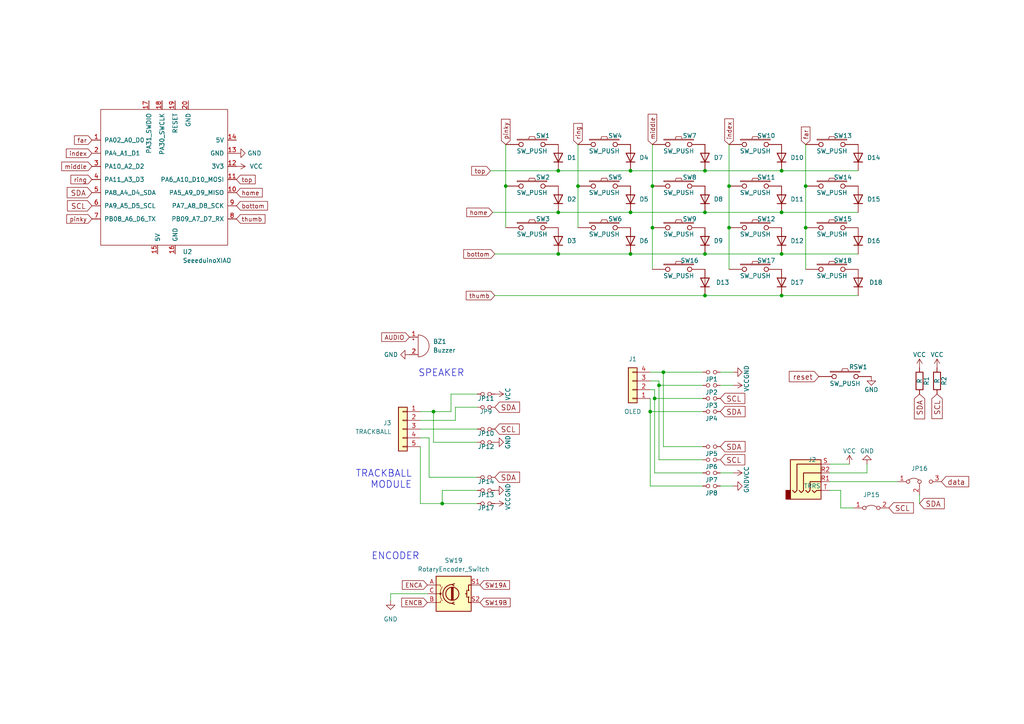
<source format=kicad_sch>
(kicad_sch (version 20230121) (generator eeschema)
  (paper "A4")
  (lib_symbols
    (symbol "Connector:AudioJack4"
      (property "Reference" "J" (at 0 8.89 0))
      (property "Value" "AudioJack4" (at 0 6.35 0))
      (symbol "AudioJack4_0_1"
        (rectangle (start -6.35 -5.08) (end -7.62 -7.62) (stroke (width 0.254)) (fill (type outline)))
        (polyline (pts (xy 0 -5.08) (xy 0.635 -5.715) (xy 1.27 -5.08) (xy 2.54 -5.08)) (stroke (width 0.254)))
        (polyline (pts (xy -5.715 -5.08) (xy -5.08 -5.715) (xy -4.445 -5.08) (xy -4.445 2.54) (xy 2.54 2.54)) (stroke (width 0.254)))
        (polyline (pts (xy -1.905 -5.08) (xy -1.27 -5.715) (xy -0.635 -5.08) (xy -0.635 -2.54) (xy 2.54 -2.54)) (stroke (width 0.254)))
        (polyline (pts (xy 2.54 0) (xy -2.54 0) (xy -2.54 -5.08) (xy -3.175 -5.715) (xy -3.81 -5.08)) (stroke (width 0.254)))
        (rectangle (start 2.54 3.81) (end -6.35 -7.62) (stroke (width 0.254)) (fill (type background)))
      )
      (symbol "AudioJack4_1_1"
        (pin passive line (at 5.08 -2.54 180) (length 2.54) (name "~") (number "R1"))
        (pin passive line (at 5.08 0 180) (length 2.54) (name "~") (number "R2"))
        (pin passive line (at 5.08 2.54 180) (length 2.54) (name "~") (number "S"))
        (pin passive line (at 5.08 -5.08 180) (length 2.54) (name "~") (number "T"))
      )
    )
    (symbol "Connector_Generic:Conn_01x04" (pin_names (offset 1.016) hide)
      (property "Reference" "J" (at 0 5.08 0))
      (property "Value" "Conn_01x04" (at 0 -7.62 0))
      (symbol "Conn_01x04_1_1"
        (rectangle (start -1.27 -4.953) (end 0 -5.207) (stroke (width 0.1524)))
        (rectangle (start -1.27 -2.413) (end 0 -2.667) (stroke (width 0.1524)))
        (rectangle (start -1.27 0.127) (end 0 -0.127) (stroke (width 0.1524)))
        (rectangle (start -1.27 2.667) (end 0 2.413) (stroke (width 0.1524)))
        (rectangle (start -1.27 3.81) (end 1.27 -6.35) (stroke (width 0.254)) (fill (type background)))
        (pin passive line (at -5.08 2.54 0) (length 3.81) (name "Pin_1") (number "1"))
        (pin passive line (at -5.08 0 0) (length 3.81) (name "Pin_2") (number "2"))
        (pin passive line (at -5.08 -2.54 0) (length 3.81) (name "Pin_3") (number "3"))
        (pin passive line (at -5.08 -5.08 0) (length 3.81) (name "Pin_4") (number "4"))
      )
    )
    (symbol "Connector_Generic:Conn_01x05" (pin_names (offset 1.016) hide)
      (property "Reference" "J" (at 0 7.62 0))
      (property "Value" "Conn_01x05" (at 0 -7.62 0))
      (symbol "Conn_01x05_1_1"
        (rectangle (start -1.27 -4.953) (end 0 -5.207) (stroke (width 0.1524)))
        (rectangle (start -1.27 -2.413) (end 0 -2.667) (stroke (width 0.1524)))
        (rectangle (start -1.27 0.127) (end 0 -0.127) (stroke (width 0.1524)))
        (rectangle (start -1.27 2.667) (end 0 2.413) (stroke (width 0.1524)))
        (rectangle (start -1.27 5.207) (end 0 4.953) (stroke (width 0.1524)))
        (rectangle (start -1.27 6.35) (end 1.27 -6.35) (stroke (width 0.254)) (fill (type background)))
        (pin passive line (at -5.08 5.08 0) (length 3.81) (name "Pin_1") (number "1"))
        (pin passive line (at -5.08 2.54 0) (length 3.81) (name "Pin_2") (number "2"))
        (pin passive line (at -5.08 0 0) (length 3.81) (name "Pin_3") (number "3"))
        (pin passive line (at -5.08 -2.54 0) (length 3.81) (name "Pin_4") (number "4"))
        (pin passive line (at -5.08 -5.08 0) (length 3.81) (name "Pin_5") (number "5"))
      )
    )
    (symbol "Device:Buzzer" (pin_names (offset 0.0254) hide)
      (property "Reference" "BZ" (at 3.81 1.27 0))
      (property "Value" "Buzzer" (at 3.81 -1.27 0))
      (symbol "Buzzer_0_1"
        (arc (start 0 -3.175) (mid 3.1612 0) (end 0 3.175))
        (polyline (pts (xy -1.651 1.905) (xy -1.143 1.905)))
        (polyline (pts (xy -1.397 2.159) (xy -1.397 1.651)))
        (polyline (pts (xy 0 3.175) (xy 0 -3.175)))
      )
      (symbol "Buzzer_1_1"
        (pin passive line (at -2.54 2.54 0) (length 2.54) (name "-") (number "1"))
        (pin passive line (at -2.54 -2.54 0) (length 2.54) (name "+") (number "2"))
      )
    )
    (symbol "Device:R" (pin_numbers hide) (pin_names (offset 0))
      (property "Reference" "R" (at 2.032 0 90))
      (property "Value" "R" (at 0 0 90))
      (symbol "R_0_1"
        (rectangle (start -1.016 -2.54) (end 1.016 2.54) (stroke (width 0.254)))
      )
      (symbol "R_1_1"
        (pin passive line (at 0 3.81 270) (length 1.27) (name "~") (number "1"))
        (pin passive line (at 0 -3.81 90) (length 1.27) (name "~") (number "2"))
      )
    )
    (symbol "Device:RotaryEncoder_Switch" (pin_names (offset 0.254) hide)
      (property "Reference" "SW" (at 0 6.604 0))
      (property "Value" "RotaryEncoder_Switch" (at 0 -6.604 0))
      (symbol "RotaryEncoder_Switch_0_1"
        (rectangle (start -5.08 5.08) (end 5.08 -5.08) (stroke (width 0.254)) (fill (type background)))
        (circle (center -3.81 0) (radius 0.254) (fill (type outline)))
        (circle (center -0.381 0) (radius 1.905) (stroke (width 0.254)))
        (arc (start -0.381 2.667) (mid -3.0988 -0.0635) (end -0.381 -2.794) (stroke (width 0.254)))
        (polyline (pts (xy -0.635 -1.778) (xy -0.635 1.778)) (stroke (width 0.254)))
        (polyline (pts (xy -0.381 -1.778) (xy -0.381 1.778)) (stroke (width 0.254)))
        (polyline (pts (xy -0.127 1.778) (xy -0.127 -1.778)) (stroke (width 0.254)))
        (polyline (pts (xy 3.81 0) (xy 3.429 0)) (stroke (width 0.254)))
        (polyline (pts (xy 3.81 1.016) (xy 3.81 -1.016)) (stroke (width 0.254)))
        (polyline (pts (xy -5.08 -2.54) (xy -3.81 -2.54) (xy -3.81 -2.032)))
        (polyline (pts (xy -5.08 2.54) (xy -3.81 2.54) (xy -3.81 2.032)))
        (polyline (pts (xy 0.254 -3.048) (xy -0.508 -2.794) (xy 0.127 -2.413)) (stroke (width 0.254)))
        (polyline (pts (xy 0.254 2.921) (xy -0.508 2.667) (xy 0.127 2.286)) (stroke (width 0.254)))
        (polyline (pts (xy 5.08 -2.54) (xy 4.318 -2.54) (xy 4.318 -1.016)) (stroke (width 0.254)))
        (polyline (pts (xy 5.08 2.54) (xy 4.318 2.54) (xy 4.318 1.016)) (stroke (width 0.254)))
        (polyline (pts (xy -5.08 0) (xy -3.81 0) (xy -3.81 -1.016) (xy -3.302 -2.032)))
        (polyline (pts (xy -4.318 0) (xy -3.81 0) (xy -3.81 1.016) (xy -3.302 2.032)))
        (circle (center 4.318 -1.016) (radius 0.127) (stroke (width 0.254)))
        (circle (center 4.318 1.016) (radius 0.127) (stroke (width 0.254)))
      )
      (symbol "RotaryEncoder_Switch_1_1"
        (pin passive line (at -7.62 2.54 0) (length 2.54) (name "A") (number "A"))
        (pin passive line (at -7.62 -2.54 0) (length 2.54) (name "B") (number "B"))
        (pin passive line (at -7.62 0 0) (length 2.54) (name "C") (number "C"))
        (pin passive line (at 7.62 2.54 180) (length 2.54) (name "S1") (number "S1"))
        (pin passive line (at 7.62 -2.54 180) (length 2.54) (name "S2") (number "S2"))
      )
    )
    (symbol "Jumper:Jumper_2_Bridged" (pin_names (offset 0) hide)
      (property "Reference" "JP" (at 0 1.905 0))
      (property "Value" "Jumper_2_Bridged" (at 0 -2.54 0))
      (symbol "Jumper_2_Bridged_0_0"
        (circle (center -2.032 0) (radius 0.508))
        (circle (center 2.032 0) (radius 0.508))
      )
      (symbol "Jumper_2_Bridged_0_1"
        (arc (start 1.524 0.254) (mid 0 0.762) (end -1.524 0.254))
      )
      (symbol "Jumper_2_Bridged_1_1"
        (pin passive line (at -5.08 0 0) (length 2.54) (name "A") (number "1"))
        (pin passive line (at 5.08 0 180) (length 2.54) (name "B") (number "2"))
      )
    )
    (symbol "Jumper:Jumper_3_Bridged12" (pin_names (offset 0) hide)
      (property "Reference" "JP" (at -2.54 -2.54 0))
      (property "Value" "Jumper_3_Bridged12" (at 0 2.794 0))
      (symbol "Jumper_3_Bridged12_0_0"
        (circle (center -3.302 0) (radius 0.508))
        (circle (center 0 0) (radius 0.508))
        (circle (center 3.302 0) (radius 0.508))
      )
      (symbol "Jumper_3_Bridged12_0_1"
        (arc (start -0.254 0.508) (mid -1.651 0.9912) (end -3.048 0.508))
        (polyline (pts (xy 0 -1.27) (xy 0 -0.508)))
      )
      (symbol "Jumper_3_Bridged12_1_1"
        (pin passive line (at -6.35 0 0) (length 2.54) (name "A") (number "1"))
        (pin passive line (at 0 -3.81 90) (length 2.54) (name "C") (number "2"))
        (pin passive line (at 6.35 0 180) (length 2.54) (name "B") (number "3"))
      )
    )
    (symbol "KLORlib:Device_Jumper_NO_Small" (pin_numbers hide) (pin_names (offset 0.762) hide)
      (property "Reference" "JP" (at 0 2.032 0))
      (property "Value" "Device_Jumper_NO_Small" (at 0.254 -1.524 0))
      (symbol "Device_Jumper_NO_Small_0_1"
        (circle (center -1.016 0) (radius 0.508))
        (circle (center 1.016 0) (radius 0.508))
        (pin passive line (at -2.54 0 0) (length 1.016) (name "1") (number "1"))
        (pin passive line (at 2.54 0 180) (length 1.016) (name "2") (number "2"))
      )
    )
    (symbol "Seeeduino XIAO:SeeeduinoXIAO" (pin_names (offset 1.016))
      (property "Reference" "U" (at -19.05 22.86 0))
      (property "Value" "SeeeduinoXIAO" (at -12.7 21.59 0))
      (symbol "SeeeduinoXIAO_0_1"
        (rectangle (start -19.05 20.32) (end 17.78 -19.05))
      )
      (symbol "SeeeduinoXIAO_1_1"
        (pin unspecified line (at -21.59 11.43 0) (length 2.54) (name "PA02_A0_D0") (number "1"))
        (pin unspecified line (at 20.32 -3.81 180) (length 2.54) (name "PA5_A9_D9_MISO") (number "10"))
        (pin unspecified line (at 20.32 0 180) (length 2.54) (name "PA6_A10_D10_MOSI") (number "11"))
        (pin unspecified line (at 20.32 3.81 180) (length 2.54) (name "3V3") (number "12"))
        (pin unspecified line (at 20.32 7.62 180) (length 2.54) (name "GND") (number "13"))
        (pin unspecified line (at 20.32 11.43 180) (length 2.54) (name "5V") (number "14"))
        (pin input line (at -2.54 -21.59 90) (length 2.54) (name "5V") (number "15"))
        (pin input line (at 2.54 -21.59 90) (length 2.54) (name "GND") (number "16"))
        (pin input line (at -5.08 22.86 270) (length 2.54) (name "PA31_SWDIO") (number "17"))
        (pin input line (at -1.27 22.86 270) (length 2.54) (name "PA30_SWCLK") (number "18"))
        (pin input line (at 2.54 22.86 270) (length 2.54) (name "RESET") (number "19"))
        (pin unspecified line (at -21.59 7.62 0) (length 2.54) (name "PA4_A1_D1") (number "2"))
        (pin input line (at 6.35 22.86 270) (length 2.54) (name "GND") (number "20"))
        (pin unspecified line (at -21.59 3.81 0) (length 2.54) (name "PA10_A2_D2") (number "3"))
        (pin unspecified line (at -21.59 0 0) (length 2.54) (name "PA11_A3_D3") (number "4"))
        (pin unspecified line (at -21.59 -3.81 0) (length 2.54) (name "PA8_A4_D4_SDA") (number "5"))
        (pin unspecified line (at -21.59 -7.62 0) (length 2.54) (name "PA9_A5_D5_SCL") (number "6"))
        (pin unspecified line (at -21.59 -11.43 0) (length 2.54) (name "PB08_A6_D6_TX") (number "7"))
        (pin unspecified line (at 20.32 -11.43 180) (length 2.54) (name "PB09_A7_D7_RX") (number "8"))
        (pin unspecified line (at 20.32 -7.62 180) (length 2.54) (name "PA7_A8_D8_SCK") (number "9"))
      )
    )
    (symbol "Simulation_SPICE:DIODE" (pin_numbers hide) (pin_names (offset 1.016) hide)
      (property "Reference" "D" (at 0 2.54 0))
      (property "Value" "DIODE" (at 0 -2.54 0))
      (symbol "DIODE_0_1"
        (polyline (pts (xy 1.27 0) (xy -1.27 0)))
        (polyline (pts (xy 1.27 1.27) (xy 1.27 -1.27)) (stroke (width 0.254)))
        (polyline (pts (xy -1.27 -1.27) (xy -1.27 1.27) (xy 1.27 0) (xy -1.27 -1.27)) (stroke (width 0.254)))
      )
      (symbol "DIODE_1_1"
        (pin passive line (at -3.81 0 0) (length 2.54) (name "A") (number "1"))
        (pin passive line (at 3.81 0 180) (length 2.54) (name "K") (number "2"))
      )
    )
    (symbol "corne-chocolate-rescue:Jumper_NO_Small-Device" (pin_numbers hide) (pin_names (offset 0.762) hide)
      (property "Reference" "JP" (at 0 2.032 0))
      (property "Value" "Jumper_NO_Small-Device" (at 0.254 -1.524 0))
      (symbol "Jumper_NO_Small-Device_0_1"
        (circle (center -1.016 0) (radius 0.508))
        (circle (center 1.016 0) (radius 0.508))
        (pin passive line (at -2.54 0 0) (length 1.016) (name "1") (number "1"))
        (pin passive line (at 2.54 0 180) (length 1.016) (name "2") (number "2"))
      )
    )
    (symbol "corne-chocolate-rescue:SW_PUSH-kbd" (pin_numbers hide) (pin_names (offset 1.016) hide)
      (property "Reference" "SW" (at 3.81 2.794 0))
      (property "Value" "SW_PUSH-kbd" (at 0 -2.032 0))
      (symbol "SW_PUSH-kbd_0_1"
        (rectangle (start -4.318 1.27) (end 4.318 1.524))
        (polyline (pts (xy -1.016 1.524) (xy -0.762 2.286) (xy 0.762 2.286) (xy 1.016 1.524)))
        (pin passive inverted (at -7.62 0 0) (length 5.08) (name "1") (number "1"))
        (pin passive inverted (at 7.62 0 180) (length 5.08) (name "2") (number "2"))
      )
    )
    (symbol "kbd:SW_PUSH" (pin_numbers hide) (pin_names (offset 1.016) hide)
      (property "Reference" "SW" (at 3.81 2.794 0))
      (property "Value" "SW_PUSH" (at 0 -2.032 0))
      (symbol "SW_PUSH_0_1"
        (rectangle (start -4.318 1.27) (end 4.318 1.524))
        (polyline (pts (xy -1.016 1.524) (xy -0.762 2.286) (xy 0.762 2.286) (xy 1.016 1.524)))
        (pin passive inverted (at -7.62 0 0) (length 5.08) (name "1") (number "1"))
        (pin passive inverted (at 7.62 0 180) (length 5.08) (name "2") (number "2"))
      )
    )
    (symbol "power:GND" (power) (pin_names (offset 0))
      (property "Value" "GND" (at 0 -3.81 0))
      (symbol "GND_0_1"
        (polyline (pts (xy 0 0) (xy 0 -1.27) (xy 1.27 -1.27) (xy 0 -2.54) (xy -1.27 -1.27) (xy 0 -1.27)))
      )
      (symbol "GND_1_1"
        (pin power_in line (at 0 0 270) (length 0) hide (name "GND") (number "1"))
      )
    )
    (symbol "power:VCC" (power) (pin_names (offset 0))
      (property "Value" "VCC" (at 0 3.81 0))
      (symbol "VCC_0_1"
        (polyline (pts (xy -0.762 1.27) (xy 0 2.54)))
        (polyline (pts (xy 0 0) (xy 0 2.54)))
        (polyline (pts (xy 0 2.54) (xy 0.762 1.27)))
      )
      (symbol "VCC_1_1"
        (pin power_in line (at 0 0 90) (length 0) hide (name "VCC") (number "1"))
      )
    )
  )
  (junction (at 233.68 53.975))
  (junction (at 125.73 119.38))
  (junction (at 189.865 115.57))
  (junction (at 204.47 73.66))
  (junction (at 161.925 61.595))
  (junction (at 226.695 73.66))
  (junction (at 189.23 53.975))
  (junction (at 211.455 53.975))
  (junction (at 204.47 61.595))
  (junction (at 204.47 49.53))
  (junction (at 167.64 53.975))
  (junction (at 161.925 73.66))
  (junction (at 189.23 66.04))
  (junction (at 182.88 73.66))
  (junction (at 226.695 49.53))
  (junction (at 182.88 49.53))
  (junction (at 146.685 53.975))
  (junction (at 192.405 107.95))
  (junction (at 161.925 49.53))
  (junction (at 233.68 66.04))
  (junction (at 226.695 61.595))
  (junction (at 204.47 85.725))
  (junction (at 211.455 66.04))
  (junction (at 182.88 61.595))
  (junction (at 188.595 119.38))
  (junction (at 128.27 146.05))
  (junction (at 191.135 111.76))
  (junction (at 226.695 85.725))
  (wire (pts (xy 192.405 107.95) (xy 192.405 129.54)))
  (wire (pts (xy 142.24 49.53) (xy 161.925 49.53)))
  (wire (pts (xy 203.835 119.38) (xy 188.595 119.38)))
  (wire (pts (xy 128.27 146.05) (xy 121.92 146.05)))
  (wire (pts (xy 182.88 61.595) (xy 204.47 61.595)))
  (wire (pts (xy 188.595 107.95) (xy 192.405 107.95)))
  (wire (pts (xy 130.81 114.3) (xy 138.43 114.3)))
  (wire (pts (xy 204.47 49.53) (xy 226.695 49.53)))
  (wire (pts (xy 132.08 118.11) (xy 132.08 121.92)))
  (wire (pts (xy 161.925 61.595) (xy 182.88 61.595)))
  (wire (pts (xy 124.46 127) (xy 124.46 138.43)))
  (wire (pts (xy 189.865 113.03) (xy 189.865 115.57)))
  (wire (pts (xy 204.47 73.66) (xy 226.695 73.66)))
  (wire (pts (xy 188.595 140.97) (xy 203.835 140.97)))
  (wire (pts (xy 192.405 107.95) (xy 203.835 107.95)))
  (wire (pts (xy 226.695 61.595) (xy 248.92 61.595)))
  (wire (pts (xy 167.64 53.975) (xy 167.64 66.04)))
  (wire (pts (xy 191.135 110.49) (xy 191.135 111.76)))
  (wire (pts (xy 130.81 119.38) (xy 130.81 114.3)))
  (wire (pts (xy 146.685 53.975) (xy 146.685 66.04)))
  (wire (pts (xy 167.64 41.91) (xy 167.64 53.975)))
  (wire (pts (xy 188.595 110.49) (xy 191.135 110.49)))
  (wire (pts (xy 208.915 137.16) (xy 212.725 137.16)))
  (wire (pts (xy 189.23 53.975) (xy 189.23 66.04)))
  (wire (pts (xy 188.595 113.03) (xy 189.865 113.03)))
  (wire (pts (xy 243.84 142.24) (xy 240.665 142.24)))
  (wire (pts (xy 233.68 41.91) (xy 233.68 53.975)))
  (wire (pts (xy 121.92 127) (xy 124.46 127)))
  (wire (pts (xy 125.73 119.38) (xy 125.73 128.27)))
  (wire (pts (xy 191.135 111.76) (xy 191.135 133.35)))
  (wire (pts (xy 161.925 49.53) (xy 182.88 49.53)))
  (wire (pts (xy 226.695 73.66) (xy 248.92 73.66)))
  (wire (pts (xy 143.51 85.725) (xy 204.47 85.725)))
  (wire (pts (xy 125.73 128.27) (xy 138.43 128.27)))
  (wire (pts (xy 128.27 142.24) (xy 128.27 146.05)))
  (wire (pts (xy 208.915 107.95) (xy 212.725 107.95)))
  (wire (pts (xy 208.915 111.76) (xy 212.725 111.76)))
  (wire (pts (xy 189.23 66.04) (xy 189.23 78.105)))
  (wire (pts (xy 113.284 172.212) (xy 113.284 174.244)))
  (wire (pts (xy 142.875 61.595) (xy 161.925 61.595)))
  (wire (pts (xy 208.915 140.97) (xy 212.725 140.97)))
  (wire (pts (xy 266.7 146.05) (xy 266.7 143.51)))
  (wire (pts (xy 182.88 73.66) (xy 204.47 73.66)))
  (wire (pts (xy 251.46 137.16) (xy 240.665 137.16)))
  (wire (pts (xy 188.595 119.38) (xy 188.595 140.97)))
  (wire (pts (xy 121.92 121.92) (xy 132.08 121.92)))
  (wire (pts (xy 138.43 118.11) (xy 132.08 118.11)))
  (wire (pts (xy 243.84 147.32) (xy 247.65 147.32)))
  (wire (pts (xy 204.47 61.595) (xy 226.695 61.595)))
  (wire (pts (xy 189.23 41.91) (xy 189.23 53.975)))
  (wire (pts (xy 233.68 53.975) (xy 233.68 66.04)))
  (wire (pts (xy 211.455 66.04) (xy 211.455 78.105)))
  (wire (pts (xy 240.665 139.7) (xy 260.35 139.7)))
  (wire (pts (xy 182.88 49.53) (xy 204.47 49.53)))
  (wire (pts (xy 146.685 41.91) (xy 146.685 53.975)))
  (wire (pts (xy 204.47 85.725) (xy 226.695 85.725)))
  (wire (pts (xy 189.865 137.16) (xy 203.835 137.16)))
  (wire (pts (xy 211.455 53.975) (xy 211.455 66.04)))
  (wire (pts (xy 123.952 172.212) (xy 113.284 172.212)))
  (wire (pts (xy 188.595 115.57) (xy 188.595 119.38)))
  (wire (pts (xy 240.665 134.62) (xy 246.38 134.62)))
  (wire (pts (xy 226.695 49.53) (xy 248.92 49.53)))
  (wire (pts (xy 211.455 41.91) (xy 211.455 53.975)))
  (wire (pts (xy 251.46 134.62) (xy 251.46 137.16)))
  (wire (pts (xy 121.92 146.05) (xy 121.92 129.54)))
  (wire (pts (xy 189.865 115.57) (xy 189.865 137.16)))
  (wire (pts (xy 203.835 115.57) (xy 189.865 115.57)))
  (wire (pts (xy 161.925 73.66) (xy 182.88 73.66)))
  (wire (pts (xy 203.835 111.76) (xy 191.135 111.76)))
  (wire (pts (xy 125.73 119.38) (xy 130.81 119.38)))
  (wire (pts (xy 138.43 146.05) (xy 128.27 146.05)))
  (wire (pts (xy 243.84 147.32) (xy 243.84 142.24)))
  (wire (pts (xy 138.43 138.43) (xy 124.46 138.43)))
  (wire (pts (xy 121.92 124.46) (xy 138.43 124.46)))
  (wire (pts (xy 226.695 85.725) (xy 248.92 85.725)))
  (wire (pts (xy 138.43 142.24) (xy 128.27 142.24)))
  (wire (pts (xy 121.92 119.38) (xy 125.73 119.38)))
  (wire (pts (xy 143.51 73.66) (xy 161.925 73.66)))
  (wire (pts (xy 191.135 133.35) (xy 203.835 133.35)))
  (wire (pts (xy 233.68 66.04) (xy 233.68 78.105)))
  (wire (pts (xy 192.405 129.54) (xy 203.835 129.54)))
  (text "TRACKBALL\nMODULE" (at 119.507 141.859 0) (effects (font (size 2 2)) (justify right bottom)))
  (text "ENCODER" (at 107.696 162.56 0) (effects (font (size 2 2)) (justify left bottom)))
  (text "SPEAKER" (at 121.285 109.474 0) (effects (font (size 2 2)) (justify left bottom)))
  (global_label "pinky" (shape input) (at 146.685 41.91 90) (property "Intersheetrefs" "${INTERSHEET_REFS}" (effects hide)))
  (global_label "home" (shape input) (at 142.875 61.595 180) (property "Intersheetrefs" "${INTERSHEET_REFS}" (effects hide)))
  (global_label "ring" (shape input) (at 26.67 52.07 180) (property "Intersheetrefs" "${INTERSHEET_REFS}" (effects hide)))
  (global_label "SCL" (shape input) (at 143.51 124.46 0) (effects (font (size 1.524 1.524))) (property "Intersheetrefs" "${INTERSHEET_REFS}" (effects hide)))
  (global_label "ENCB" (shape input) (at 123.952 174.752 180) (property "Intersheetrefs" "${INTERSHEET_REFS}" (effects hide)))
  (global_label "middle" (shape input) (at 26.67 48.26 180) (property "Intersheetrefs" "${INTERSHEET_REFS}" (effects hide)))
  (global_label "middle" (shape input) (at 189.23 41.91 90) (property "Intersheetrefs" "${INTERSHEET_REFS}" (effects hide)))
  (global_label "AUDIO" (shape input) (at 118.745 97.79 180) (property "Intersheetrefs" "${INTERSHEET_REFS}" (effects hide)))
  (global_label "SDA" (shape input) (at 266.7 114.3 270) (effects (font (size 1.524 1.524))) (property "Intersheetrefs" "${INTERSHEET_REFS}" (effects hide)))
  (global_label "reset" (shape input) (at 237.49 109.22 180) (effects (font (size 1.524 1.524))) (property "Intersheetrefs" "${INTERSHEET_REFS}" (effects hide)))
  (global_label "SCL" (shape input) (at 208.915 133.35 0) (effects (font (size 1.524 1.524))) (property "Intersheetrefs" "${INTERSHEET_REFS}" (effects hide)))
  (global_label "index" (shape input) (at 26.67 44.45 180) (property "Intersheetrefs" "${INTERSHEET_REFS}" (effects hide)))
  (global_label "SW19A" (shape input) (at 139.192 169.672 0) (property "Intersheetrefs" "${INTERSHEET_REFS}" (effects hide)))
  (global_label "ring" (shape input) (at 167.64 41.91 90) (property "Intersheetrefs" "${INTERSHEET_REFS}" (effects hide)))
  (global_label "top" (shape input) (at 68.58 52.07 0) (property "Intersheetrefs" "${INTERSHEET_REFS}" (effects hide)))
  (global_label "thumb" (shape input) (at 68.58 63.5 0) (property "Intersheetrefs" "${INTERSHEET_REFS}" (effects hide)))
  (global_label "far" (shape input) (at 233.68 41.91 90) (property "Intersheetrefs" "${INTERSHEET_REFS}" (effects hide)))
  (global_label "SDA" (shape input) (at 26.67 55.88 180) (effects (font (size 1.524 1.524))) (property "Intersheetrefs" "${INTERSHEET_REFS}" (effects hide)))
  (global_label "SDA" (shape input) (at 208.915 129.54 0) (effects (font (size 1.524 1.524))) (property "Intersheetrefs" "${INTERSHEET_REFS}" (effects hide)))
  (global_label "SCL" (shape input) (at 257.81 147.32 0) (effects (font (size 1.524 1.524))) (property "Intersheetrefs" "${INTERSHEET_REFS}" (effects hide)))
  (global_label "SDA" (shape input) (at 143.51 138.43 0) (effects (font (size 1.524 1.524))) (property "Intersheetrefs" "${INTERSHEET_REFS}" (effects hide)))
  (global_label "data" (shape input) (at 273.05 139.7 0) (effects (font (size 1.524 1.524))) (property "Intersheetrefs" "${INTERSHEET_REFS}" (effects hide)))
  (global_label "ENCA" (shape input) (at 123.952 169.672 180) (property "Intersheetrefs" "${INTERSHEET_REFS}" (effects hide)))
  (global_label "thumb" (shape input) (at 143.51 85.725 180) (property "Intersheetrefs" "${INTERSHEET_REFS}" (effects hide)))
  (global_label "top" (shape input) (at 142.24 49.53 180) (property "Intersheetrefs" "${INTERSHEET_REFS}" (effects hide)))
  (global_label "index" (shape input) (at 211.455 41.91 90) (property "Intersheetrefs" "${INTERSHEET_REFS}" (effects hide)))
  (global_label "pinky" (shape input) (at 26.67 63.5 180) (property "Intersheetrefs" "${INTERSHEET_REFS}" (effects hide)))
  (global_label "SW19B" (shape input) (at 139.192 174.752 0) (property "Intersheetrefs" "${INTERSHEET_REFS}" (effects hide)))
  (global_label "SDA" (shape input) (at 208.915 119.38 0) (effects (font (size 1.524 1.524))) (property "Intersheetrefs" "${INTERSHEET_REFS}" (effects hide)))
  (global_label "far" (shape input) (at 26.67 40.64 180) (property "Intersheetrefs" "${INTERSHEET_REFS}" (effects hide)))
  (global_label "home" (shape input) (at 68.58 55.88 0) (property "Intersheetrefs" "${INTERSHEET_REFS}" (effects hide)))
  (global_label "SDA" (shape input) (at 143.51 118.11 0) (effects (font (size 1.524 1.524))) (property "Intersheetrefs" "${INTERSHEET_REFS}" (effects hide)))
  (global_label "SCL" (shape input) (at 26.67 59.69 180) (effects (font (size 1.524 1.524))) (property "Intersheetrefs" "${INTERSHEET_REFS}" (effects hide)))
  (global_label "SCL" (shape input) (at 208.915 115.57 0) (effects (font (size 1.524 1.524))) (property "Intersheetrefs" "${INTERSHEET_REFS}" (effects hide)))
  (global_label "bottom" (shape input) (at 143.51 73.66 180) (property "Intersheetrefs" "${INTERSHEET_REFS}" (effects hide)))
  (global_label "SDA" (shape input) (at 266.7 146.05 0) (effects (font (size 1.524 1.524))) (property "Intersheetrefs" "${INTERSHEET_REFS}" (effects hide)))
  (global_label "bottom" (shape input) (at 68.58 59.69 0) (property "Intersheetrefs" "${INTERSHEET_REFS}" (effects hide)))
  (global_label "SCL" (shape input) (at 271.78 114.3 270) (effects (font (size 1.524 1.524))) (property "Intersheetrefs" "${INTERSHEET_REFS}" (effects hide)))
  (symbol (lib_id "Simulation_SPICE:DIODE") (at 182.88 57.785 270) (unit 1)
    (property "Reference" "D5" (at 185.42 57.7849 90) (effects (justify left)))
    (property "Value" "${SIM.PARAMS}" (effects hide))
    (property "Footprint" "kbd:D3_TH_SMD_v2" (effects hide))
    (property "Sim.Device" "SPICE" (effects hide))
    (property "Sim.Params" "type=\"D\" model=\"DIODE\" lib=\"\"" (effects hide))
    (property "Sim.Pins" "1=1 2=2" (effects hide))
  )
  (symbol (lib_id "Simulation_SPICE:DIODE") (at 161.925 45.72 270) (unit 1)
    (property "Reference" "D1" (at 164.465 45.7199 90) (effects (justify left)))
    (property "Value" "${SIM.PARAMS}" (effects hide))
    (property "Footprint" "kbd:D3_TH_SMD_v2" (effects hide))
    (property "Sim.Device" "SPICE" (effects hide))
    (property "Sim.Params" "type=\"D\" model=\"DIODE\" lib=\"\"" (effects hide))
    (property "Sim.Pins" "1=1 2=2" (effects hide))
  )
  (symbol (lib_id "power:VCC") (at 212.725 137.16 270) (unit 1)
    (property "Reference" "#PWR06" (effects hide))
    (property "Value" "VCC" (at 216.535 137.16 0))
  )
  (symbol (lib_id "Simulation_SPICE:DIODE") (at 204.47 57.785 270) (unit 1)
    (property "Reference" "D8" (at 207.01 57.7849 90) (effects (justify left)))
    (property "Value" "${SIM.PARAMS}" (effects hide))
    (property "Footprint" "kbd:D3_TH_SMD_v2" (effects hide))
    (property "Sim.Device" "SPICE" (effects hide))
    (property "Sim.Params" "type=\"D\" model=\"DIODE\" lib=\"\"" (effects hide))
    (property "Sim.Pins" "1=1 2=2" (effects hide))
  )
  (symbol (lib_id "Simulation_SPICE:DIODE") (at 204.47 69.85 270) (unit 1)
    (property "Reference" "D9" (at 207.01 69.8499 90) (effects (justify left)))
    (property "Value" "${SIM.PARAMS}" (effects hide))
    (property "Footprint" "kbd:D3_TH_SMD_v2" (effects hide))
    (property "Sim.Device" "SPICE" (effects hide))
    (property "Sim.Params" "type=\"D\" model=\"DIODE\" lib=\"\"" (effects hide))
    (property "Sim.Pins" "1=1 2=2" (effects hide))
  )
  (symbol (lib_id "Device:Buzzer") (at 121.285 100.33 0) (unit 1)
    (property "Reference" "BZ1" (at 125.603 99.0599 0) (effects (justify left)))
    (property "Value" "Buzzer" (at 125.603 101.5999 0) (effects (justify left)))
    (property "Footprint" "Buzzer_Beeper:Buzzer_Mallory_AST1109MLTRQ" (effects hide))
  )
  (symbol (lib_id "kbd:SW_PUSH") (at 196.85 66.04 0) (unit 1)
    (property "Reference" "SW9" (at 200.025 63.5 0))
    (property "Value" "SW_PUSH" (at 196.85 67.945 0))
    (property "Footprint" "keeb-footprints:ChocV1_V2_Hotswap_optional_reversed_choc_spacing" (effects hide))
  )
  (symbol (lib_id "kbd:SW_PUSH") (at 175.26 41.91 0) (unit 1)
    (property "Reference" "SW4" (at 178.435 39.37 0))
    (property "Value" "SW_PUSH" (at 175.26 43.815 0))
    (property "Footprint" "keeb-footprints:ChocV1_V2_Hotswap_optional_reversed_choc_spacing" (effects hide))
  )
  (symbol (lib_id "Simulation_SPICE:DIODE") (at 182.88 45.72 270) (unit 1)
    (property "Reference" "D4" (at 185.42 45.7199 90) (effects (justify left)))
    (property "Value" "${SIM.PARAMS}" (effects hide))
    (property "Footprint" "kbd:D3_TH_SMD_v2" (effects hide))
    (property "Sim.Device" "SPICE" (effects hide))
    (property "Sim.Params" "type=\"D\" model=\"DIODE\" lib=\"\"" (effects hide))
    (property "Sim.Pins" "1=1 2=2" (effects hide))
  )
  (symbol (lib_id "Simulation_SPICE:DIODE") (at 161.925 57.785 270) (unit 1)
    (property "Reference" "D2" (at 164.465 57.7849 90) (effects (justify left)))
    (property "Value" "${SIM.PARAMS}" (effects hide))
    (property "Footprint" "kbd:D3_TH_SMD_v2" (effects hide))
    (property "Sim.Device" "SPICE" (effects hide))
    (property "Sim.Params" "type=\"D\" model=\"DIODE\" lib=\"\"" (effects hide))
    (property "Sim.Pins" "1=1 2=2" (effects hide))
  )
  (symbol (lib_id "power:VCC") (at 266.7 106.68 0) (unit 1)
    (property "Reference" "#PWR017" (effects hide))
    (property "Value" "VCC" (at 266.7 102.87 0))
  )
  (symbol (lib_id "corne-chocolate-rescue:Jumper_NO_Small-Device") (at 206.375 111.76 180) (unit 1)
    (property "Reference" "JP2" (at 206.375 113.792 0))
    (property "Value" " " (at 206.121 110.236 0))
    (property "Footprint" "kbd:Jumper" (effects hide))
  )
  (symbol (lib_id "Jumper:Jumper_2_Bridged") (at 252.73 147.32 0) (unit 1)
    (property "Reference" "JP15" (at 252.73 143.51 0))
    (property "Value" "Jumper_2_Bridged" (effects hide))
    (property "Footprint" "Jumper:SolderJumper-2_P1.3mm_Bridged_Pad1.0x1.5mm" (effects hide))
  )
  (symbol (lib_id "Simulation_SPICE:DIODE") (at 226.695 81.915 270) (unit 1)
    (property "Reference" "D17" (at 229.235 81.9149 90) (effects (justify left)))
    (property "Value" "${SIM.PARAMS}" (effects hide))
    (property "Footprint" "kbd:D3_TH_SMD_v2" (effects hide))
    (property "Sim.Device" "SPICE" (effects hide))
    (property "Sim.Params" "type=\"D\" model=\"DIODE\" lib=\"\"" (effects hide))
    (property "Sim.Pins" "1=1 2=2" (effects hide))
  )
  (symbol (lib_id "Jumper:Jumper_3_Bridged12") (at 266.7 139.7 0) (unit 1)
    (property "Reference" "JP16" (at 266.7 135.89 0))
    (property "Value" "Jumper_3_Bridged12" (effects hide))
    (property "Footprint" "Jumper:SolderJumper-3_P1.3mm_Bridged12_Pad1.0x1.5mm" (effects hide))
  )
  (symbol (lib_id "Simulation_SPICE:DIODE") (at 226.695 45.72 270) (unit 1)
    (property "Reference" "D10" (at 229.235 45.7199 90) (effects (justify left)))
    (property "Value" "${SIM.PARAMS}" (effects hide))
    (property "Footprint" "kbd:D3_TH_SMD_v2" (effects hide))
    (property "Sim.Device" "SPICE" (effects hide))
    (property "Sim.Params" "type=\"D\" model=\"DIODE\" lib=\"\"" (effects hide))
    (property "Sim.Pins" "1=1 2=2" (effects hide))
  )
  (symbol (lib_id "kbd:SW_PUSH") (at 219.075 66.04 0) (unit 1)
    (property "Reference" "SW12" (at 222.25 63.5 0))
    (property "Value" "SW_PUSH" (at 219.075 67.945 0))
    (property "Footprint" "keeb-footprints:ChocV1_V2_Hotswap_optional_reversed_choc_spacing" (effects hide))
  )
  (symbol (lib_id "power:VCC") (at 143.51 114.3 270) (unit 1)
    (property "Reference" "#PWR08" (effects hide))
    (property "Value" "VCC" (at 147.32 114.3 0))
  )
  (symbol (lib_id "Device:R") (at 271.78 110.49 0) (unit 1)
    (property "Reference" "R2" (at 273.812 110.49 90))
    (property "Value" "R" (at 271.78 110.49 90))
    (property "Footprint" "kbd:R" (effects hide))
  )
  (symbol (lib_id "corne-chocolate-rescue:SW_PUSH-kbd") (at 245.11 109.22 0) (unit 1)
    (property "Reference" "RSW1" (at 248.92 106.426 0))
    (property "Value" "SW_PUSH" (at 245.11 111.252 0))
    (property "Footprint" "kbd:ResetSW" (effects hide))
  )
  (symbol (lib_id "power:GND") (at 68.58 44.45 90) (unit 1)
    (property "Reference" "#PWR019" (effects hide))
    (property "Value" "GND" (at 71.755 44.45 90) (effects (justify right)))
  )
  (symbol (lib_id "Simulation_SPICE:DIODE") (at 182.88 69.85 270) (unit 1)
    (property "Reference" "D6" (at 185.42 69.8499 90) (effects (justify left)))
    (property "Value" "${SIM.PARAMS}" (effects hide))
    (property "Footprint" "kbd:D3_TH_SMD_v2" (effects hide))
    (property "Sim.Device" "SPICE" (effects hide))
    (property "Sim.Params" "type=\"D\" model=\"DIODE\" lib=\"\"" (effects hide))
    (property "Sim.Pins" "1=1 2=2" (effects hide))
  )
  (symbol (lib_id "kbd:SW_PUSH") (at 175.26 66.04 0) (unit 1)
    (property "Reference" "SW6" (at 178.435 63.5 0))
    (property "Value" "SW_PUSH" (at 175.26 67.945 0))
    (property "Footprint" "keeb-footprints:ChocV1_V2_Hotswap_optional_reversed_choc_spacing" (effects hide))
  )
  (symbol (lib_id "kbd:SW_PUSH") (at 241.3 53.975 0) (unit 1)
    (property "Reference" "SW14" (at 244.475 51.435 0))
    (property "Value" "SW_PUSH" (at 241.3 55.88 0))
    (property "Footprint" "keeb-footprints:ChocV1_V2_Hotswap_optional_reversed_choc_spacing" (effects hide))
  )
  (symbol (lib_id "Simulation_SPICE:DIODE") (at 204.47 45.72 270) (unit 1)
    (property "Reference" "D7" (at 207.01 45.7199 90) (effects (justify left)))
    (property "Value" "${SIM.PARAMS}" (effects hide))
    (property "Footprint" "kbd:D3_TH_SMD_v2" (effects hide))
    (property "Sim.Device" "SPICE" (effects hide))
    (property "Sim.Params" "type=\"D\" model=\"DIODE\" lib=\"\"" (effects hide))
    (property "Sim.Pins" "1=1 2=2" (effects hide))
  )
  (symbol (lib_id "kbd:SW_PUSH") (at 219.075 78.105 0) (unit 1)
    (property "Reference" "SW17" (at 222.25 75.565 0))
    (property "Value" "SW_PUSH" (at 219.075 80.01 0))
    (property "Footprint" "keeb-footprints:ChocV1_V2_Hotswap_optional_reversed_choc_spacing" (effects hide))
  )
  (symbol (lib_id "Simulation_SPICE:DIODE") (at 248.92 57.785 270) (unit 1)
    (property "Reference" "D15" (at 251.46 57.7849 90) (effects (justify left)))
    (property "Value" "${SIM.PARAMS}" (effects hide))
    (property "Footprint" "kbd:D3_TH_SMD_v2" (effects hide))
    (property "Sim.Device" "SPICE" (effects hide))
    (property "Sim.Params" "type=\"D\" model=\"DIODE\" lib=\"\"" (effects hide))
    (property "Sim.Pins" "1=1 2=2" (effects hide))
  )
  (symbol (lib_id "corne-chocolate-rescue:Jumper_NO_Small-Device") (at 206.375 119.38 180) (unit 1)
    (property "Reference" "JP4" (at 206.375 121.412 0))
    (property "Value" " " (at 206.121 117.856 0))
    (property "Footprint" "kbd:Jumper" (effects hide))
  )
  (symbol (lib_id "kbd:SW_PUSH") (at 154.305 41.91 0) (unit 1)
    (property "Reference" "SW1" (at 157.48 39.37 0))
    (property "Value" "SW_PUSH" (at 154.305 43.815 0))
    (property "Footprint" "keeb-footprints:ChocV1_V2_Hotswap_optional_reversed_choc_spacing" (effects hide))
  )
  (symbol (lib_id "Simulation_SPICE:DIODE") (at 248.92 69.85 270) (unit 1)
    (property "Reference" "D16" (at 251.46 69.8499 90) (effects (justify left)))
    (property "Value" "${SIM.PARAMS}" (effects hide))
    (property "Footprint" "kbd:D3_TH_SMD_v2" (effects hide))
    (property "Sim.Device" "SPICE" (effects hide))
    (property "Sim.Params" "type=\"D\" model=\"DIODE\" lib=\"\"" (effects hide))
    (property "Sim.Pins" "1=1 2=2" (effects hide))
  )
  (symbol (lib_id "kbd:SW_PUSH") (at 154.305 53.975 0) (unit 1)
    (property "Reference" "SW2" (at 157.48 51.435 0))
    (property "Value" "SW_PUSH" (at 154.305 55.88 0))
    (property "Footprint" "keeb-footprints:ChocV1_V2_Hotswap_optional_reversed_choc_spacing" (effects hide))
  )
  (symbol (lib_id "Connector:AudioJack4") (at 235.585 137.16 0) (unit 1)
    (property "Reference" "J2" (at 235.585 133.35 0))
    (property "Value" "TRRS" (at 235.585 140.97 0))
    (property "Footprint" "kbd:MJ-4PP-9" (effects hide))
  )
  (symbol (lib_id "kbd:SW_PUSH") (at 241.3 41.91 0) (unit 1)
    (property "Reference" "SW13" (at 244.475 39.37 0))
    (property "Value" "SW_PUSH" (at 241.3 43.815 0))
    (property "Footprint" "keeb-footprints:ChocV1_V2_Hotswap_optional_reversed_choc_spacing" (effects hide))
  )
  (symbol (lib_id "kbd:SW_PUSH") (at 241.3 66.04 0) (unit 1)
    (property "Reference" "SW15" (at 244.475 63.5 0))
    (property "Value" "SW_PUSH" (at 241.3 67.945 0))
    (property "Footprint" "keeb-footprints:ChocV1_V2_Hotswap_optional_reversed_choc_spacing" (effects hide))
  )
  (symbol (lib_id "Simulation_SPICE:DIODE") (at 226.695 57.785 270) (unit 1)
    (property "Reference" "D11" (at 229.235 57.7849 90) (effects (justify left)))
    (property "Value" "${SIM.PARAMS}" (effects hide))
    (property "Footprint" "kbd:D3_TH_SMD_v2" (effects hide))
    (property "Sim.Device" "SPICE" (effects hide))
    (property "Sim.Params" "type=\"D\" model=\"DIODE\" lib=\"\"" (effects hide))
    (property "Sim.Pins" "1=1 2=2" (effects hide))
  )
  (symbol (lib_id "corne-chocolate-rescue:Jumper_NO_Small-Device") (at 206.375 133.35 180) (unit 1)
    (property "Reference" "JP6" (at 206.375 135.382 0))
    (property "Value" " " (at 206.121 131.826 0))
    (property "Footprint" "kbd:Jumper" (effects hide))
  )
  (symbol (lib_id "power:VCC") (at 212.725 111.76 270) (unit 1)
    (property "Reference" "#PWR05" (effects hide))
    (property "Value" "VCC" (at 216.535 111.76 0))
  )
  (symbol (lib_id "corne-chocolate-rescue:Jumper_NO_Small-Device") (at 206.375 129.54 180) (unit 1)
    (property "Reference" "JP5" (at 206.375 131.572 0))
    (property "Value" " " (at 206.121 128.016 0))
    (property "Footprint" "kbd:Jumper" (effects hide))
  )
  (symbol (lib_id "power:GND") (at 251.46 134.62 180) (unit 1)
    (property "Reference" "#PWR09" (effects hide))
    (property "Value" "GND" (at 251.46 130.81 0))
  )
  (symbol (lib_id "Seeeduino XIAO:SeeeduinoXIAO") (at 48.26 52.07 0) (unit 1)
    (property "Reference" "U2" (at 52.9941 73.025 0) (effects (justify left)))
    (property "Value" "SeeeduinoXIAO" (at 52.9941 75.565 0) (effects (justify left)))
    (property "Footprint" "Seeeduino XIAO KICAD:Seeeduino XIAO-MOUDLE14P-2.54-21X17.8MM" (effects hide))
  )
  (symbol (lib_id "KLORlib:Device_Jumper_NO_Small") (at 140.97 146.05 0) (unit 1)
    (property "Reference" "JP17" (at 140.97 147.32 0))
    (property "Value" "Device_Jumper_NO_Small" (effects hide))
    (property "Footprint" "kbd:Jumper" (effects hide))
  )
  (symbol (lib_id "corne-chocolate-rescue:Jumper_NO_Small-Device") (at 206.375 107.95 180) (unit 1)
    (property "Reference" "JP1" (at 206.375 109.982 0))
    (property "Value" " " (at 206.121 106.426 0))
    (property "Footprint" "kbd:Jumper" (effects hide))
  )
  (symbol (lib_id "Simulation_SPICE:DIODE") (at 226.695 69.85 270) (unit 1)
    (property "Reference" "D12" (at 229.235 69.8499 90) (effects (justify left)))
    (property "Value" "${SIM.PARAMS}" (effects hide))
    (property "Footprint" "kbd:D3_TH_SMD_v2" (effects hide))
    (property "Sim.Device" "SPICE" (effects hide))
    (property "Sim.Params" "type=\"D\" model=\"DIODE\" lib=\"\"" (effects hide))
    (property "Sim.Pins" "1=1 2=2" (effects hide))
  )
  (symbol (lib_id "Connector_Generic:Conn_01x05") (at 116.84 124.46 0) (mirror y) (unit 1)
    (property "Reference" "J3" (at 113.538 122.682 0) (effects (justify left)))
    (property "Value" "TRACKBALL" (at 113.538 125.222 0) (effects (justify left)))
    (property "Footprint" "keeb-footprints:pimoroni_trackball" (effects hide))
  )
  (symbol (lib_id "kbd:SW_PUSH") (at 196.85 53.975 0) (unit 1)
    (property "Reference" "SW8" (at 200.025 51.435 0))
    (property "Value" "SW_PUSH" (at 196.85 55.88 0))
    (property "Footprint" "keeb-footprints:ChocV1_V2_Hotswap_optional_reversed_choc_spacing" (effects hide))
  )
  (symbol (lib_id "Simulation_SPICE:DIODE") (at 248.92 81.915 270) (unit 1)
    (property "Reference" "D18" (at 252.095 81.915 90) (effects (justify left)))
    (property "Value" "${SIM.PARAMS}" (effects hide))
    (property "Footprint" "kbd:D3_TH_SMD_v2" (effects hide))
    (property "Sim.Device" "SPICE" (effects hide))
    (property "Sim.Params" "type=\"D\" model=\"DIODE\" lib=\"\"" (effects hide))
    (property "Sim.Pins" "1=1 2=2" (effects hide))
  )
  (symbol (lib_id "KLORlib:Device_Jumper_NO_Small") (at 140.97 124.46 0) (unit 1)
    (property "Reference" "JP10" (at 140.97 125.73 0))
    (property "Value" "Device_Jumper_NO_Small" (effects hide))
    (property "Footprint" "kbd:Jumper" (effects hide))
  )
  (symbol (lib_id "Simulation_SPICE:DIODE") (at 161.925 69.85 270) (unit 1)
    (property "Reference" "D3" (at 164.465 69.8499 90) (effects (justify left)))
    (property "Value" "${SIM.PARAMS}" (effects hide))
    (property "Footprint" "kbd:D3_TH_SMD_v2" (effects hide))
    (property "Sim.Device" "SPICE" (effects hide))
    (property "Sim.Params" "type=\"D\" model=\"DIODE\" lib=\"\"" (effects hide))
    (property "Sim.Pins" "1=1 2=2" (effects hide))
  )
  (symbol (lib_id "power:GND") (at 113.284 174.244 0) (unit 1)
    (property "Reference" "#PWR012" (effects hide))
    (property "Value" "GND" (at 113.284 179.578 0))
  )
  (symbol (lib_id "power:VCC") (at 143.51 146.05 270) (unit 1)
    (property "Reference" "#PWR016" (effects hide))
    (property "Value" "VCC" (at 147.32 146.05 0))
  )
  (symbol (lib_id "KLORlib:Device_Jumper_NO_Small") (at 140.97 114.3 0) (unit 1)
    (property "Reference" "JP11" (at 140.97 115.57 0))
    (property "Value" "Device_Jumper_NO_Small" (effects hide))
    (property "Footprint" "kbd:Jumper" (effects hide))
  )
  (symbol (lib_id "power:GND") (at 143.51 128.27 90) (unit 1)
    (property "Reference" "#PWR014" (effects hide))
    (property "Value" "GND" (at 147.32 128.27 0))
  )
  (symbol (lib_id "power:VCC") (at 246.38 134.62 0) (unit 1)
    (property "Reference" "#PWR010" (effects hide))
    (property "Value" "VCC" (at 246.38 130.81 0))
  )
  (symbol (lib_id "power:VCC") (at 68.58 48.26 270) (unit 1)
    (property "Reference" "#PWR020" (effects hide))
    (property "Value" "VCC" (at 72.39 48.2599 90) (effects (justify left)))
  )
  (symbol (lib_id "kbd:SW_PUSH") (at 219.075 53.975 0) (unit 1)
    (property "Reference" "SW11" (at 222.25 51.435 0))
    (property "Value" "SW_PUSH" (at 219.075 55.88 0))
    (property "Footprint" "keeb-footprints:ChocV1_V2_Hotswap_optional_reversed_choc_spacing" (effects hide))
  )
  (symbol (lib_id "kbd:SW_PUSH") (at 196.85 78.105 0) (unit 1)
    (property "Reference" "SW16" (at 200.025 75.565 0))
    (property "Value" "SW_PUSH" (at 196.85 80.01 0))
    (property "Footprint" "keeb-footprints:ChocV1_V2_Hotswap_optional_reversed_choc_spacing" (effects hide))
  )
  (symbol (lib_id "power:VCC") (at 271.78 106.68 0) (unit 1)
    (property "Reference" "#PWR018" (effects hide))
    (property "Value" "VCC" (at 271.78 102.87 0))
  )
  (symbol (lib_id "kbd:SW_PUSH") (at 175.26 53.975 0) (unit 1)
    (property "Reference" "SW5" (at 178.435 51.435 0))
    (property "Value" "SW_PUSH" (at 175.26 55.88 0))
    (property "Footprint" "keeb-footprints:ChocV1_V2_Hotswap_optional_reversed_choc_spacing" (effects hide))
  )
  (symbol (lib_id "power:GND") (at 212.725 107.95 90) (unit 1)
    (property "Reference" "#PWR04" (effects hide))
    (property "Value" "GND" (at 216.535 107.95 0))
  )
  (symbol (lib_id "kbd:SW_PUSH") (at 219.075 41.91 0) (unit 1)
    (property "Reference" "SW10" (at 222.25 39.37 0))
    (property "Value" "SW_PUSH" (at 219.075 43.815 0))
    (property "Footprint" "keeb-footprints:ChocV1_V2_Hotswap_optional_reversed_choc_spacing" (effects hide))
  )
  (symbol (lib_id "KLORlib:Device_Jumper_NO_Small") (at 140.97 128.27 0) (unit 1)
    (property "Reference" "JP12" (at 140.97 129.54 0))
    (property "Value" "Device_Jumper_NO_Small" (effects hide))
    (property "Footprint" "kbd:Jumper" (effects hide))
  )
  (symbol (lib_id "Device:R") (at 266.7 110.49 0) (unit 1)
    (property "Reference" "R1" (at 268.732 110.49 90))
    (property "Value" "R" (at 266.7 110.49 90))
    (property "Footprint" "kbd:R" (effects hide))
  )
  (symbol (lib_id "Connector_Generic:Conn_01x04") (at 183.515 113.03 180) (unit 1)
    (property "Reference" "J1" (at 183.515 104.14 0))
    (property "Value" "OLED" (at 183.515 119.38 0))
    (property "Footprint" "keeb-footprints:SSD1306_128x64OLED" (effects hide))
  )
  (symbol (lib_id "power:GND") (at 143.51 142.24 90) (unit 1)
    (property "Reference" "#PWR015" (effects hide))
    (property "Value" "GND" (at 147.32 142.24 0))
  )
  (symbol (lib_id "power:GND") (at 212.725 140.97 90) (unit 1)
    (property "Reference" "#PWR07" (effects hide))
    (property "Value" "GND" (at 216.535 140.97 0))
  )
  (symbol (lib_id "power:GND") (at 118.745 102.87 270) (unit 1)
    (property "Reference" "#PWR013" (effects hide))
    (property "Value" "GND" (at 115.443 102.8699 90) (effects (justify right)))
  )
  (symbol (lib_id "kbd:SW_PUSH") (at 154.305 66.04 0) (unit 1)
    (property "Reference" "SW3" (at 157.48 63.5 0))
    (property "Value" "SW_PUSH" (at 154.305 67.945 0))
    (property "Footprint" "keeb-footprints:ChocV1_V2_Hotswap_optional_reversed_choc_spacing" (effects hide))
  )
  (symbol (lib_id "corne-chocolate-rescue:Jumper_NO_Small-Device") (at 206.375 140.97 180) (unit 1)
    (property "Reference" "JP8" (at 206.375 143.002 0))
    (property "Value" " " (at 206.121 139.446 0))
    (property "Footprint" "kbd:Jumper" (effects hide))
  )
  (symbol (lib_id "kbd:SW_PUSH") (at 196.85 41.91 0) (unit 1)
    (property "Reference" "SW7" (at 200.025 39.37 0))
    (property "Value" "SW_PUSH" (at 196.85 43.815 0))
    (property "Footprint" "keeb-footprints:ChocV1_V2_Hotswap_optional_reversed_choc_spacing" (effects hide))
  )
  (symbol (lib_id "KLORlib:Device_Jumper_NO_Small") (at 140.97 118.11 0) (unit 1)
    (property "Reference" "JP9" (at 140.97 119.38 0))
    (property "Value" "Device_Jumper_NO_Small" (effects hide))
    (property "Footprint" "kbd:Jumper" (effects hide))
  )
  (symbol (lib_id "Device:RotaryEncoder_Switch") (at 131.572 172.212 0) (unit 1)
    (property "Reference" "SW19" (at 131.572 162.56 0))
    (property "Value" "RotaryEncoder_Switch" (at 131.572 165.1 0))
    (property "Footprint" "Rotary_Encoder:RotaryEncoder_Alps_EC12E-Switch_Vertical_H20mm" (effects hide))
  )
  (symbol (lib_id "Simulation_SPICE:DIODE") (at 248.92 45.72 270) (unit 1)
    (property "Reference" "D14" (at 251.46 45.7199 90) (effects (justify left)))
    (property "Value" "${SIM.PARAMS}" (effects hide))
    (property "Footprint" "kbd:D3_TH_SMD_v2" (effects hide))
    (property "Sim.Device" "SPICE" (effects hide))
    (property "Sim.Params" "type=\"D\" model=\"DIODE\" lib=\"\"" (effects hide))
    (property "Sim.Pins" "1=1 2=2" (effects hide))
  )
  (symbol (lib_id "KLORlib:Device_Jumper_NO_Small") (at 140.97 138.43 0) (unit 1)
    (property "Reference" "JP14" (at 140.97 139.7 0))
    (property "Value" "Device_Jumper_NO_Small" (effects hide))
    (property "Footprint" "kbd:Jumper" (effects hide))
  )
  (symbol (lib_id "Simulation_SPICE:DIODE") (at 204.47 81.915 270) (unit 1)
    (property "Reference" "D13" (at 207.645 81.9149 90) (effects (justify left)))
    (property "Value" "${SIM.PARAMS}" (effects hide))
    (property "Footprint" "kbd:D3_TH_SMD_v2" (effects hide))
    (property "Sim.Device" "SPICE" (effects hide))
    (property "Sim.Params" "type=\"D\" model=\"DIODE\" lib=\"\"" (effects hide))
    (property "Sim.Pins" "1=1 2=2" (effects hide))
  )
  (symbol (lib_id "kbd:SW_PUSH") (at 241.3 78.105 0) (unit 1)
    (property "Reference" "SW18" (at 244.475 75.565 0))
    (property "Value" "SW_PUSH" (at 241.3 80.01 0))
    (property "Footprint" "keeb-footprints:ChocV1_V2_Hotswap_optional_reversed_choc_spacing" (effects hide))
  )
  (symbol (lib_id "corne-chocolate-rescue:Jumper_NO_Small-Device") (at 206.375 115.57 180) (unit 1)
    (property "Reference" "JP3" (at 206.375 117.602 0))
    (property "Value" " " (at 206.121 114.046 0))
    (property "Footprint" "kbd:Jumper" (effects hide))
  )
  (symbol (lib_id "KLORlib:Device_Jumper_NO_Small") (at 140.97 142.24 0) (unit 1)
    (property "Reference" "JP13" (at 140.97 143.51 0))
    (property "Value" "Device_Jumper_NO_Small" (effects hide))
    (property "Footprint" "kbd:Jumper" (effects hide))
  )
  (symbol (lib_id "power:GND") (at 252.73 109.22 0) (unit 1)
    (property "Reference" "#PWR011" (effects hide))
    (property "Value" "GND" (at 252.73 113.03 0))
  )
  (symbol (lib_id "corne-chocolate-rescue:Jumper_NO_Small-Device") (at 206.375 137.16 180) (unit 1)
    (property "Reference" "JP7" (at 206.375 139.192 0))
    (property "Value" " " (at 206.121 135.636 0))
    (property "Footprint" "kbd:Jumper" (effects hide))
  )
)
</source>
